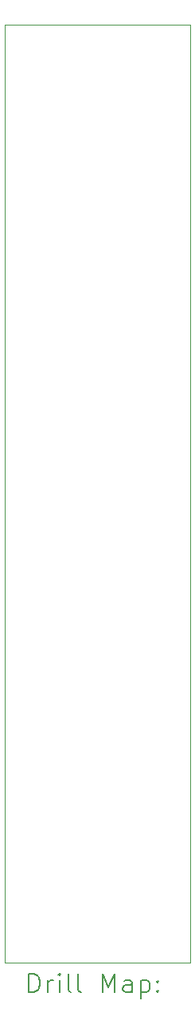
<source format=gbr>
%FSLAX45Y45*%
G04 Gerber Fmt 4.5, Leading zero omitted, Abs format (unit mm)*
G04 Created by KiCad (PCBNEW (6.0.0)) date 2022-06-27 08:37:16*
%MOMM*%
%LPD*%
G01*
G04 APERTURE LIST*
%TA.AperFunction,Profile*%
%ADD10C,0.100000*%
%TD*%
%ADD11C,0.200000*%
G04 APERTURE END LIST*
D10*
X14360805Y-13906500D02*
X16329305Y-13906500D01*
X16329305Y-13906500D02*
X16329305Y-3937000D01*
X16329305Y-3937000D02*
X14360805Y-3937000D01*
X14360805Y-3937000D02*
X14360805Y-13906500D01*
D11*
X14613424Y-14221976D02*
X14613424Y-14021976D01*
X14661043Y-14021976D01*
X14689614Y-14031500D01*
X14708662Y-14050548D01*
X14718186Y-14069595D01*
X14727709Y-14107690D01*
X14727709Y-14136262D01*
X14718186Y-14174357D01*
X14708662Y-14193405D01*
X14689614Y-14212452D01*
X14661043Y-14221976D01*
X14613424Y-14221976D01*
X14813424Y-14221976D02*
X14813424Y-14088643D01*
X14813424Y-14126738D02*
X14822948Y-14107690D01*
X14832471Y-14098167D01*
X14851519Y-14088643D01*
X14870567Y-14088643D01*
X14937233Y-14221976D02*
X14937233Y-14088643D01*
X14937233Y-14021976D02*
X14927709Y-14031500D01*
X14937233Y-14041024D01*
X14946757Y-14031500D01*
X14937233Y-14021976D01*
X14937233Y-14041024D01*
X15061043Y-14221976D02*
X15041995Y-14212452D01*
X15032471Y-14193405D01*
X15032471Y-14021976D01*
X15165805Y-14221976D02*
X15146757Y-14212452D01*
X15137233Y-14193405D01*
X15137233Y-14021976D01*
X15394376Y-14221976D02*
X15394376Y-14021976D01*
X15461043Y-14164833D01*
X15527709Y-14021976D01*
X15527709Y-14221976D01*
X15708662Y-14221976D02*
X15708662Y-14117214D01*
X15699138Y-14098167D01*
X15680090Y-14088643D01*
X15641995Y-14088643D01*
X15622948Y-14098167D01*
X15708662Y-14212452D02*
X15689614Y-14221976D01*
X15641995Y-14221976D01*
X15622948Y-14212452D01*
X15613424Y-14193405D01*
X15613424Y-14174357D01*
X15622948Y-14155309D01*
X15641995Y-14145786D01*
X15689614Y-14145786D01*
X15708662Y-14136262D01*
X15803900Y-14088643D02*
X15803900Y-14288643D01*
X15803900Y-14098167D02*
X15822948Y-14088643D01*
X15861043Y-14088643D01*
X15880090Y-14098167D01*
X15889614Y-14107690D01*
X15899138Y-14126738D01*
X15899138Y-14183881D01*
X15889614Y-14202928D01*
X15880090Y-14212452D01*
X15861043Y-14221976D01*
X15822948Y-14221976D01*
X15803900Y-14212452D01*
X15984852Y-14202928D02*
X15994376Y-14212452D01*
X15984852Y-14221976D01*
X15975329Y-14212452D01*
X15984852Y-14202928D01*
X15984852Y-14221976D01*
X15984852Y-14098167D02*
X15994376Y-14107690D01*
X15984852Y-14117214D01*
X15975329Y-14107690D01*
X15984852Y-14098167D01*
X15984852Y-14117214D01*
M02*

</source>
